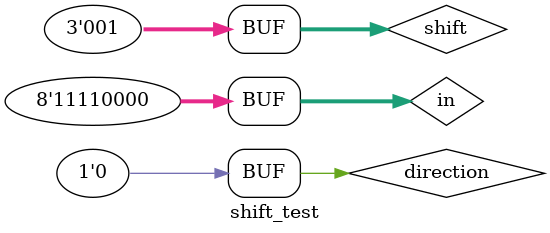
<source format=v>
module shift_test;
	// Inputs
	reg [7:0] in;
	reg [2:0] shift;
	reg direction;
	// Outputs
	wire [7:0] output_shifted;
	// Instantiate the Unit Under Test (UUT)
	shift uut (
		.in(in), 
		.shift(shift), 
		.direction(direction), 
		.output_shifted(output_shifted)
	);
	initial begin
		// Initialize Inputs
		in = 0;
		shift = 0;
		direction = 0;
		// Wait 100 ns for global reset to finish
		#100;
		// Add stimulus here
		in = 8'b11110000;
		shift = 3'b001;
		direction = 0;
	end
endmodule

</source>
